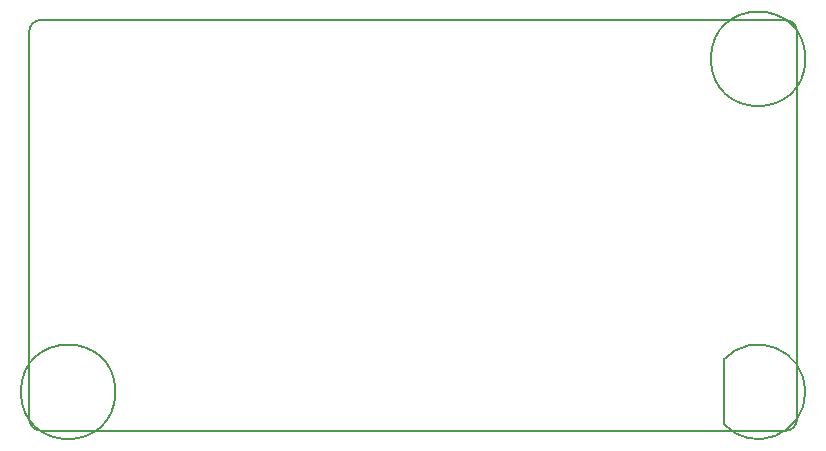
<source format=gko>
G04*
G04 #@! TF.GenerationSoftware,Altium Limited,Altium NEXUS,2.1.5 (53)*
G04*
G04 Layer_Color=16711935*
%FSLAX44Y44*%
%MOMM*%
G71*
G01*
G75*
%ADD10C,0.2000*%
D10*
X74290Y72390D02*
G03*
X74290Y72390I-40000J-0D01*
G01*
X589168Y45183D02*
G03*
X589199Y99630I29322J27207D01*
G01*
X658490Y354330D02*
G03*
X658490Y354330I-40000J-0D01*
G01*
X1306Y49530D02*
G03*
X11466Y39370I10158J-1D01*
G01*
X11430Y387350D02*
G03*
X1306Y377226I0J-10124D01*
G01*
X651510Y377190D02*
G03*
X641350Y387350I-10160J0D01*
G01*
Y39370D02*
G03*
X651510Y49530I0J10160D01*
G01*
X589199Y45212D02*
Y99630D01*
X12700Y39370D02*
X641350Y39370D01*
X11466Y39370D02*
X12700Y39370D01*
X1306Y49530D02*
Y377226D01*
X11430Y387350D02*
X641350Y387350D01*
X651510Y49530D02*
X651510Y377190D01*
X651510Y49530D02*
X651510Y49530D01*
M02*

</source>
